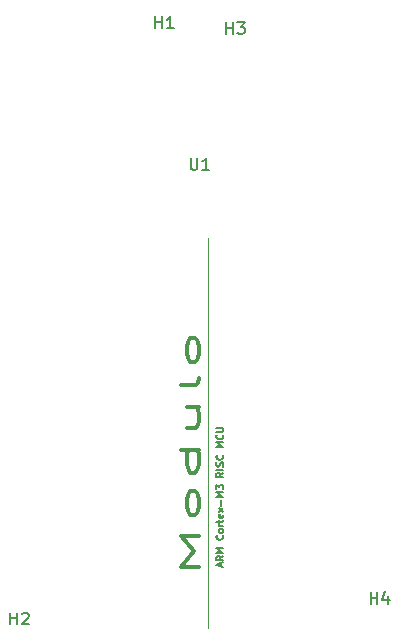
<source format=gto>
G04 #@! TF.GenerationSoftware,KiCad,Pcbnew,(5.1.0-0)*
G04 #@! TF.CreationDate,2019-06-09T21:10:29+02:00*
G04 #@! TF.ProjectId,blackpill-pendant,626c6163-6b70-4696-9c6c-2d70656e6461,rev?*
G04 #@! TF.SameCoordinates,Original*
G04 #@! TF.FileFunction,Legend,Top*
G04 #@! TF.FilePolarity,Positive*
%FSLAX46Y46*%
G04 Gerber Fmt 4.6, Leading zero omitted, Abs format (unit mm)*
G04 Created by KiCad (PCBNEW (5.1.0-0)) date 2019-06-09 21:10:29*
%MOMM*%
%LPD*%
G04 APERTURE LIST*
%ADD10C,0.120000*%
%ADD11C,0.150000*%
%ADD12C,0.300000*%
G04 APERTURE END LIST*
D10*
X90500000Y-121500000D02*
X90500000Y-88500000D01*
D11*
X91600000Y-116288214D02*
X91600000Y-116002500D01*
X91771428Y-116345357D02*
X91171428Y-116145357D01*
X91771428Y-115945357D01*
X91771428Y-115402500D02*
X91485714Y-115602500D01*
X91771428Y-115745357D02*
X91171428Y-115745357D01*
X91171428Y-115516785D01*
X91200000Y-115459642D01*
X91228571Y-115431071D01*
X91285714Y-115402500D01*
X91371428Y-115402500D01*
X91428571Y-115431071D01*
X91457142Y-115459642D01*
X91485714Y-115516785D01*
X91485714Y-115745357D01*
X91771428Y-115145357D02*
X91171428Y-115145357D01*
X91600000Y-114945357D01*
X91171428Y-114745357D01*
X91771428Y-114745357D01*
X91714285Y-113659642D02*
X91742857Y-113688214D01*
X91771428Y-113773928D01*
X91771428Y-113831071D01*
X91742857Y-113916785D01*
X91685714Y-113973928D01*
X91628571Y-114002500D01*
X91514285Y-114031071D01*
X91428571Y-114031071D01*
X91314285Y-114002500D01*
X91257142Y-113973928D01*
X91200000Y-113916785D01*
X91171428Y-113831071D01*
X91171428Y-113773928D01*
X91200000Y-113688214D01*
X91228571Y-113659642D01*
X91771428Y-113316785D02*
X91742857Y-113373928D01*
X91714285Y-113402500D01*
X91657142Y-113431071D01*
X91485714Y-113431071D01*
X91428571Y-113402500D01*
X91400000Y-113373928D01*
X91371428Y-113316785D01*
X91371428Y-113231071D01*
X91400000Y-113173928D01*
X91428571Y-113145357D01*
X91485714Y-113116785D01*
X91657142Y-113116785D01*
X91714285Y-113145357D01*
X91742857Y-113173928D01*
X91771428Y-113231071D01*
X91771428Y-113316785D01*
X91771428Y-112859642D02*
X91371428Y-112859642D01*
X91485714Y-112859642D02*
X91428571Y-112831071D01*
X91400000Y-112802500D01*
X91371428Y-112745357D01*
X91371428Y-112688214D01*
X91371428Y-112573928D02*
X91371428Y-112345357D01*
X91171428Y-112488214D02*
X91685714Y-112488214D01*
X91742857Y-112459642D01*
X91771428Y-112402500D01*
X91771428Y-112345357D01*
X91742857Y-111916785D02*
X91771428Y-111973928D01*
X91771428Y-112088214D01*
X91742857Y-112145357D01*
X91685714Y-112173928D01*
X91457142Y-112173928D01*
X91400000Y-112145357D01*
X91371428Y-112088214D01*
X91371428Y-111973928D01*
X91400000Y-111916785D01*
X91457142Y-111888214D01*
X91514285Y-111888214D01*
X91571428Y-112173928D01*
X91771428Y-111688214D02*
X91371428Y-111373928D01*
X91371428Y-111688214D02*
X91771428Y-111373928D01*
X91542857Y-111145357D02*
X91542857Y-110688214D01*
X91771428Y-110402500D02*
X91171428Y-110402500D01*
X91600000Y-110202500D01*
X91171428Y-110002500D01*
X91771428Y-110002500D01*
X91171428Y-109773928D02*
X91171428Y-109402500D01*
X91400000Y-109602500D01*
X91400000Y-109516785D01*
X91428571Y-109459642D01*
X91457142Y-109431071D01*
X91514285Y-109402500D01*
X91657142Y-109402500D01*
X91714285Y-109431071D01*
X91742857Y-109459642D01*
X91771428Y-109516785D01*
X91771428Y-109688214D01*
X91742857Y-109745357D01*
X91714285Y-109773928D01*
X91771428Y-108345357D02*
X91485714Y-108545357D01*
X91771428Y-108688214D02*
X91171428Y-108688214D01*
X91171428Y-108459642D01*
X91200000Y-108402500D01*
X91228571Y-108373928D01*
X91285714Y-108345357D01*
X91371428Y-108345357D01*
X91428571Y-108373928D01*
X91457142Y-108402500D01*
X91485714Y-108459642D01*
X91485714Y-108688214D01*
X91771428Y-108088214D02*
X91171428Y-108088214D01*
X91742857Y-107831071D02*
X91771428Y-107745357D01*
X91771428Y-107602500D01*
X91742857Y-107545357D01*
X91714285Y-107516785D01*
X91657142Y-107488214D01*
X91600000Y-107488214D01*
X91542857Y-107516785D01*
X91514285Y-107545357D01*
X91485714Y-107602500D01*
X91457142Y-107716785D01*
X91428571Y-107773928D01*
X91400000Y-107802500D01*
X91342857Y-107831071D01*
X91285714Y-107831071D01*
X91228571Y-107802500D01*
X91200000Y-107773928D01*
X91171428Y-107716785D01*
X91171428Y-107573928D01*
X91200000Y-107488214D01*
X91714285Y-106888214D02*
X91742857Y-106916785D01*
X91771428Y-107002500D01*
X91771428Y-107059642D01*
X91742857Y-107145357D01*
X91685714Y-107202500D01*
X91628571Y-107231071D01*
X91514285Y-107259642D01*
X91428571Y-107259642D01*
X91314285Y-107231071D01*
X91257142Y-107202500D01*
X91200000Y-107145357D01*
X91171428Y-107059642D01*
X91171428Y-107002500D01*
X91200000Y-106916785D01*
X91228571Y-106888214D01*
X91771428Y-106173928D02*
X91171428Y-106173928D01*
X91600000Y-105973928D01*
X91171428Y-105773928D01*
X91771428Y-105773928D01*
X91714285Y-105145357D02*
X91742857Y-105173928D01*
X91771428Y-105259642D01*
X91771428Y-105316785D01*
X91742857Y-105402500D01*
X91685714Y-105459642D01*
X91628571Y-105488214D01*
X91514285Y-105516785D01*
X91428571Y-105516785D01*
X91314285Y-105488214D01*
X91257142Y-105459642D01*
X91200000Y-105402500D01*
X91171428Y-105316785D01*
X91171428Y-105259642D01*
X91200000Y-105173928D01*
X91228571Y-105145357D01*
X91171428Y-104888214D02*
X91657142Y-104888214D01*
X91714285Y-104859642D01*
X91742857Y-104831071D01*
X91771428Y-104773928D01*
X91771428Y-104659642D01*
X91742857Y-104602500D01*
X91714285Y-104573928D01*
X91657142Y-104545357D01*
X91171428Y-104545357D01*
D12*
X89678571Y-116352619D02*
X88178571Y-116352619D01*
X89250000Y-115019285D01*
X88178571Y-113685952D01*
X89678571Y-113685952D01*
X89678571Y-111209761D02*
X89607142Y-111590714D01*
X89535714Y-111781190D01*
X89392857Y-111971666D01*
X88964285Y-111971666D01*
X88821428Y-111781190D01*
X88750000Y-111590714D01*
X88678571Y-111209761D01*
X88678571Y-110638333D01*
X88750000Y-110257380D01*
X88821428Y-110066904D01*
X88964285Y-109876428D01*
X89392857Y-109876428D01*
X89535714Y-110066904D01*
X89607142Y-110257380D01*
X89678571Y-110638333D01*
X89678571Y-111209761D01*
X89678571Y-106447857D02*
X88178571Y-106447857D01*
X89607142Y-106447857D02*
X89678571Y-106828809D01*
X89678571Y-107590714D01*
X89607142Y-107971666D01*
X89535714Y-108162142D01*
X89392857Y-108352619D01*
X88964285Y-108352619D01*
X88821428Y-108162142D01*
X88750000Y-107971666D01*
X88678571Y-107590714D01*
X88678571Y-106828809D01*
X88750000Y-106447857D01*
X88678571Y-102828809D02*
X89678571Y-102828809D01*
X88678571Y-104543095D02*
X89464285Y-104543095D01*
X89607142Y-104352619D01*
X89678571Y-103971666D01*
X89678571Y-103400238D01*
X89607142Y-103019285D01*
X89535714Y-102828809D01*
X89678571Y-100352619D02*
X89607142Y-100733571D01*
X89464285Y-100924047D01*
X88178571Y-100924047D01*
X89678571Y-98257380D02*
X89607142Y-98638333D01*
X89535714Y-98828809D01*
X89392857Y-99019285D01*
X88964285Y-99019285D01*
X88821428Y-98828809D01*
X88750000Y-98638333D01*
X88678571Y-98257380D01*
X88678571Y-97685952D01*
X88750000Y-97305000D01*
X88821428Y-97114523D01*
X88964285Y-96924047D01*
X89392857Y-96924047D01*
X89535714Y-97114523D01*
X89607142Y-97305000D01*
X89678571Y-97685952D01*
X89678571Y-98257380D01*
D11*
X104238095Y-119452380D02*
X104238095Y-118452380D01*
X104238095Y-118928571D02*
X104809523Y-118928571D01*
X104809523Y-119452380D02*
X104809523Y-118452380D01*
X105714285Y-118785714D02*
X105714285Y-119452380D01*
X105476190Y-118404761D02*
X105238095Y-119119047D01*
X105857142Y-119119047D01*
X91988095Y-71202380D02*
X91988095Y-70202380D01*
X91988095Y-70678571D02*
X92559523Y-70678571D01*
X92559523Y-71202380D02*
X92559523Y-70202380D01*
X92940476Y-70202380D02*
X93559523Y-70202380D01*
X93226190Y-70583333D01*
X93369047Y-70583333D01*
X93464285Y-70630952D01*
X93511904Y-70678571D01*
X93559523Y-70773809D01*
X93559523Y-71011904D01*
X93511904Y-71107142D01*
X93464285Y-71154761D01*
X93369047Y-71202380D01*
X93083333Y-71202380D01*
X92988095Y-71154761D01*
X92940476Y-71107142D01*
X73738095Y-121202380D02*
X73738095Y-120202380D01*
X73738095Y-120678571D02*
X74309523Y-120678571D01*
X74309523Y-121202380D02*
X74309523Y-120202380D01*
X74738095Y-120297619D02*
X74785714Y-120250000D01*
X74880952Y-120202380D01*
X75119047Y-120202380D01*
X75214285Y-120250000D01*
X75261904Y-120297619D01*
X75309523Y-120392857D01*
X75309523Y-120488095D01*
X75261904Y-120630952D01*
X74690476Y-121202380D01*
X75309523Y-121202380D01*
X85988095Y-70702380D02*
X85988095Y-69702380D01*
X85988095Y-70178571D02*
X86559523Y-70178571D01*
X86559523Y-70702380D02*
X86559523Y-69702380D01*
X87559523Y-70702380D02*
X86988095Y-70702380D01*
X87273809Y-70702380D02*
X87273809Y-69702380D01*
X87178571Y-69845238D01*
X87083333Y-69940476D01*
X86988095Y-69988095D01*
X88988095Y-81702380D02*
X88988095Y-82511904D01*
X89035714Y-82607142D01*
X89083333Y-82654761D01*
X89178571Y-82702380D01*
X89369047Y-82702380D01*
X89464285Y-82654761D01*
X89511904Y-82607142D01*
X89559523Y-82511904D01*
X89559523Y-81702380D01*
X90559523Y-82702380D02*
X89988095Y-82702380D01*
X90273809Y-82702380D02*
X90273809Y-81702380D01*
X90178571Y-81845238D01*
X90083333Y-81940476D01*
X89988095Y-81988095D01*
M02*

</source>
